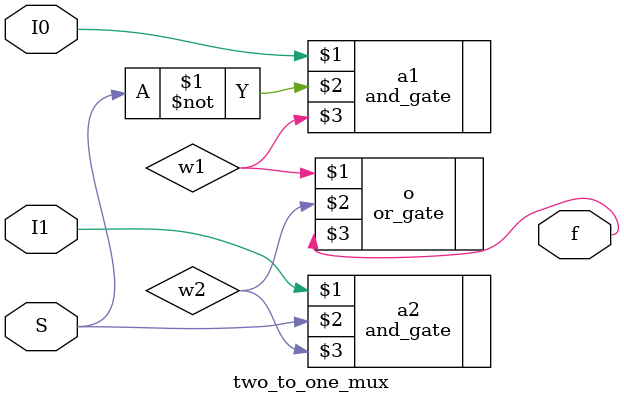
<source format=v>
`include "and_gate.v"
`include "or_gate.v"

module two_to_one_mux(I0,I1,S,f);

    input I0,I1,S;
    output f;
    wire w1,w2;
    
    and_gate a1(I0, ~S, w1);
    and_gate a2(I1, S, w2);
    or_gate  o(w1,w2,f);

endmodule
</source>
